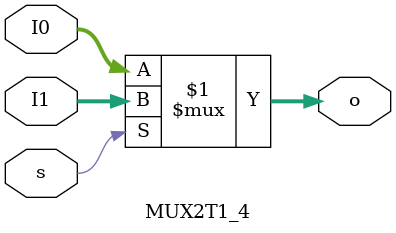
<source format=v>
`timescale 1ns / 1ps


module MUX2T1_4(
    input [31:0] I0,
    input [31:0] I1,
    input s,
    output [31:0] o
    );
 assign o = s ? I1 : I0;
endmodule

</source>
